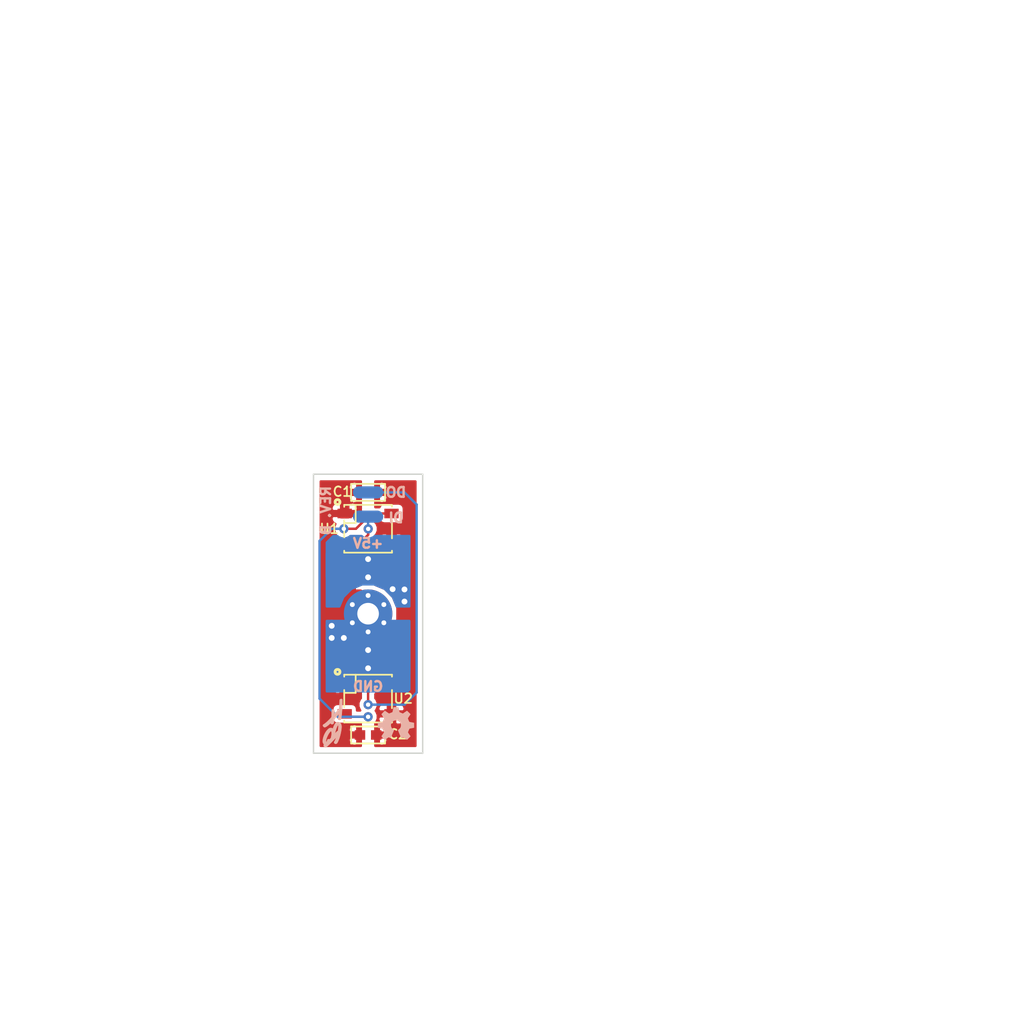
<source format=kicad_pcb>
(kicad_pcb (version 4) (host pcbnew "(2016-05-03 BZR 6266)-product")

  (general
    (links 20)
    (no_connects 0)
    (area 139.0206 84.94598 156.091686 117.2474)
    (thickness 1.6)
    (drawings 9)
    (tracks 52)
    (zones 0)
    (modules 14)
    (nets 6)
  )

  (page USLetter)
  (title_block
    (title "Display - RGB dots")
    (date 2016-03-23)
    (rev B)
    (comment 1 CLKV3-PC-02)
    (comment 2 CLKV3-SCH-02)
    (comment 3 "Alarm clock (V3)")
  )

  (layers
    (0 F.Cu signal)
    (31 B.Cu signal)
    (32 B.Adhes user)
    (33 F.Adhes user)
    (34 B.Paste user)
    (35 F.Paste user)
    (36 B.SilkS user)
    (37 F.SilkS user)
    (38 B.Mask user)
    (39 F.Mask user)
    (40 Dwgs.User user)
    (41 Cmts.User user)
    (42 Eco1.User user)
    (43 Eco2.User user)
    (44 Edge.Cuts user)
    (45 Margin user)
    (46 B.CrtYd user)
    (47 F.CrtYd user)
    (48 B.Fab user)
    (49 F.Fab user)
  )

  (setup
    (last_trace_width 0.254)
    (trace_clearance 0.3048)
    (zone_clearance 0.4064)
    (zone_45_only no)
    (trace_min 0.2)
    (segment_width 0.2)
    (edge_width 0.15)
    (via_size 0.9652)
    (via_drill 0.4572)
    (via_min_size 0.4)
    (via_min_drill 0.3)
    (uvia_size 0.3)
    (uvia_drill 0.1)
    (uvias_allowed no)
    (uvia_min_size 0)
    (uvia_min_drill 0)
    (pcb_text_width 0.3)
    (pcb_text_size 1.5 1.5)
    (mod_edge_width 0.15)
    (mod_text_size 1 1)
    (mod_text_width 0.15)
    (pad_size 5.08 5.08)
    (pad_drill 2.2606)
    (pad_to_mask_clearance 0.2)
    (aux_axis_origin 146.05 101.6)
    (grid_origin 146.05 101.6)
    (visible_elements FFFFFF7F)
    (pcbplotparams
      (layerselection 0x00030_80000001)
      (usegerberextensions false)
      (excludeedgelayer true)
      (linewidth 0.100000)
      (plotframeref false)
      (viasonmask false)
      (mode 1)
      (useauxorigin false)
      (hpglpennumber 1)
      (hpglpenspeed 20)
      (hpglpendiameter 15)
      (hpglpenoverlay 2)
      (psnegative false)
      (psa4output false)
      (plotreference true)
      (plotvalue true)
      (plotinvisibletext false)
      (padsonsilk false)
      (subtractmaskfromsilk false)
      (outputformat 1)
      (mirror false)
      (drillshape 1)
      (scaleselection 1)
      (outputdirectory ""))
  )

  (net 0 "")
  (net 1 +5V)
  (net 2 GND)
  (net 3 /DIN)
  (net 4 /DOUT)
  (net 5 "Net-(U1-Pad2)")

  (net_class Default "This is the default net class."
    (clearance 0.3048)
    (trace_width 0.254)
    (via_dia 0.9652)
    (via_drill 0.4572)
    (uvia_dia 0.3)
    (uvia_drill 0.1)
    (add_net /DIN)
    (add_net /DOUT)
    (add_net "Net-(U1-Pad2)")
  )

  (net_class Power ""
    (clearance 0.4064)
    (trace_width 0.4064)
    (via_dia 1.27)
    (via_drill 0.6096)
    (uvia_dia 0.3)
    (uvia_drill 0.1)
    (add_net +5V)
    (add_net GND)
  )

  (module Conn-Wire-Pads:WP-50mil-1x01 (layer B.Cu) (tedit 56DFB3F0) (tstamp 56DFAFCD)
    (at 146.05 91.44 90)
    (descr "Wire pads - 50mil x 125mil - Single row, 1 pos.")
    (path /56DFF9FA)
    (attr virtual)
    (fp_text reference J1 (at 0 2.54 90) (layer B.SilkS) hide
      (effects (font (size 1 1) (thickness 0.18)) (justify mirror))
    )
    (fp_text value "DATA IN" (at 0 -2.54 90) (layer B.Fab) hide
      (effects (font (size 1 1) (thickness 0.18)) (justify mirror))
    )
    (pad 1 smd oval (at 0 0 90) (size 1.27 3.175) (layers B.Cu B.Paste B.Mask)
      (net 3 /DIN))
  )

  (module Conn-Wire-Pads:WP-50mil-1x01 (layer B.Cu) (tedit 56DFB3EA) (tstamp 56DFAFE6)
    (at 146.05 88.9 90)
    (descr "Wire pads - 50mil x 125mil - Single row, 1 pos.")
    (path /56DFFB18)
    (attr virtual)
    (fp_text reference J6 (at 0 2.54 90) (layer B.SilkS) hide
      (effects (font (size 1 1) (thickness 0.18)) (justify mirror))
    )
    (fp_text value "DATA OUT" (at 0 -2.54 90) (layer B.Fab) hide
      (effects (font (size 1 1) (thickness 0.18)) (justify mirror))
    )
    (pad 1 smd oval (at 0 0 90) (size 1.27 3.175) (layers B.Cu B.Paste B.Mask)
      (net 4 /DOUT))
  )

  (module SMT:LED-5050 (layer F.Cu) (tedit 56DFC2F7) (tstamp 56DFAFEE)
    (at 146.05 92.71 180)
    (path /56DFE375)
    (fp_text reference U1 (at 4.064 0 360) (layer F.SilkS)
      (effects (font (size 1 1) (thickness 0.18)))
    )
    (fp_text value WS2812B (at 0 3.9 180) (layer F.Fab) hide
      (effects (font (size 1 1) (thickness 0.18)))
    )
    (fp_line (start 2.5 0.6) (end 1.3 0.6) (layer F.SilkS) (width 0.18))
    (fp_line (start 1.3 0.6) (end 1.3 2.5) (layer F.SilkS) (width 0.18))
    (fp_line (start -3 -3) (end 3 -3) (layer F.CrtYd) (width 0.05))
    (fp_line (start 3 -3) (end 3 3) (layer F.CrtYd) (width 0.05))
    (fp_line (start 3 3) (end -3 3) (layer F.CrtYd) (width 0.05))
    (fp_line (start -3 3) (end -3 -3) (layer F.CrtYd) (width 0.05))
    (fp_circle (center 3.2 2.8) (end 3.3 2.8) (layer F.SilkS) (width 0.3))
    (fp_line (start 2.5 -2.3) (end 2.5 -2.5) (layer F.SilkS) (width 0.18))
    (fp_line (start 2.5 -2.5) (end -2.5 -2.5) (layer F.SilkS) (width 0.18))
    (fp_line (start -2.5 -2.5) (end -2.5 -2.3) (layer F.SilkS) (width 0.18))
    (fp_line (start 2.5 0.9) (end 2.5 -0.9) (layer F.SilkS) (width 0.18))
    (fp_line (start -2.5 2.5) (end 2.5 2.5) (layer F.SilkS) (width 0.18))
    (fp_line (start 2.5 2.5) (end 2.5 2.3) (layer F.SilkS) (width 0.18))
    (fp_line (start -2.5 2.5) (end -2.5 2.3) (layer F.SilkS) (width 0.18))
    (fp_line (start -2.5 -1) (end -2.5 0.9) (layer F.SilkS) (width 0.18))
    (pad 2 smd rect (at -2.45 1.6 180) (size 1.5 1) (layers F.Cu F.Paste F.Mask)
      (net 5 "Net-(U1-Pad2)"))
    (pad 3 smd rect (at 2.45 1.6 180) (size 1.5 1) (layers F.Cu F.Paste F.Mask)
      (net 2 GND))
    (pad 4 smd rect (at 2.45 -1.6 180) (size 1.5 1) (layers F.Cu F.Paste F.Mask)
      (net 3 /DIN))
    (pad 1 smd rect (at -2.45 -1.6 180) (size 1.5 1) (layers F.Cu F.Paste F.Mask)
      (net 1 +5V))
  )

  (module SMT:C-0603 (layer F.Cu) (tedit 56DFC2E8) (tstamp 56DFAFB1)
    (at 146.05 88.9 180)
    (descr "0603 (1608 metric)")
    (tags "smt 0603")
    (path /56DFE3DD)
    (fp_text reference C1 (at 3.81 -0.508 180) (layer F.SilkS)
      (effects (font (size 1 1) (thickness 0.18)) (justify left bottom))
    )
    (fp_text value 100nF (at 0 2.032 180) (layer F.SilkS) hide
      (effects (font (size 1 1) (thickness 0.18)))
    )
    (fp_line (start -0.762 -0.381) (end 0.762 -0.381) (layer Dwgs.User) (width 0.05))
    (fp_line (start 0.762 -0.381) (end 0.762 0.381) (layer Dwgs.User) (width 0.05))
    (fp_line (start 0.762 0.381) (end -0.762 0.381) (layer Dwgs.User) (width 0.05))
    (fp_line (start -0.762 0.381) (end -0.762 -0.381) (layer Dwgs.User) (width 0.05))
    (fp_line (start -1.778 -0.889) (end 1.778 -0.889) (layer F.CrtYd) (width 0.05))
    (fp_line (start 1.778 -0.889) (end 1.778 0.889) (layer F.CrtYd) (width 0.05))
    (fp_line (start 1.778 0.889) (end -1.778 0.889) (layer F.CrtYd) (width 0.05))
    (fp_line (start -1.778 0.889) (end -1.778 -0.889) (layer F.CrtYd) (width 0.05))
    (fp_line (start -1.778 -0.889) (end 1.778 -0.889) (layer F.SilkS) (width 0.18))
    (fp_line (start 1.778 -0.889) (end 1.778 0.889) (layer F.SilkS) (width 0.18))
    (fp_line (start 1.778 0.889) (end -1.778 0.889) (layer F.SilkS) (width 0.18))
    (fp_line (start -1.778 0.889) (end -1.778 -0.889) (layer F.SilkS) (width 0.18))
    (pad 1 smd rect (at -0.85 0 180) (size 1.1 1) (layers F.Cu F.Paste F.Mask)
      (net 1 +5V))
    (pad 2 smd rect (at 0.85 0 180) (size 1.1 1) (layers F.Cu F.Paste F.Mask)
      (net 2 GND))
    (model smt.pretty/C-0603.wrl
      (at (xyz 0 0 0))
      (scale (xyz 1 1 0.8))
      (rotate (xyz 0 0 0))
    )
  )

  (module SMT:C-0603 (layer F.Cu) (tedit 54F14543) (tstamp 56DFAFB7)
    (at 146.05 114.3 180)
    (descr "0603 (1608 metric)")
    (tags "smt 0603")
    (path /56DFEC2B)
    (fp_text reference C2 (at -2.032 -0.508 180) (layer F.SilkS)
      (effects (font (size 1 1) (thickness 0.18)) (justify left bottom))
    )
    (fp_text value 100nF (at 0 2.032 180) (layer F.SilkS) hide
      (effects (font (size 1 1) (thickness 0.18)))
    )
    (fp_line (start -0.762 -0.381) (end 0.762 -0.381) (layer Dwgs.User) (width 0.05))
    (fp_line (start 0.762 -0.381) (end 0.762 0.381) (layer Dwgs.User) (width 0.05))
    (fp_line (start 0.762 0.381) (end -0.762 0.381) (layer Dwgs.User) (width 0.05))
    (fp_line (start -0.762 0.381) (end -0.762 -0.381) (layer Dwgs.User) (width 0.05))
    (fp_line (start -1.778 -0.889) (end 1.778 -0.889) (layer F.CrtYd) (width 0.05))
    (fp_line (start 1.778 -0.889) (end 1.778 0.889) (layer F.CrtYd) (width 0.05))
    (fp_line (start 1.778 0.889) (end -1.778 0.889) (layer F.CrtYd) (width 0.05))
    (fp_line (start -1.778 0.889) (end -1.778 -0.889) (layer F.CrtYd) (width 0.05))
    (fp_line (start -1.778 -0.889) (end 1.778 -0.889) (layer F.SilkS) (width 0.18))
    (fp_line (start 1.778 -0.889) (end 1.778 0.889) (layer F.SilkS) (width 0.18))
    (fp_line (start 1.778 0.889) (end -1.778 0.889) (layer F.SilkS) (width 0.18))
    (fp_line (start -1.778 0.889) (end -1.778 -0.889) (layer F.SilkS) (width 0.18))
    (pad 1 smd rect (at -0.85 0 180) (size 1.1 1) (layers F.Cu F.Paste F.Mask)
      (net 1 +5V))
    (pad 2 smd rect (at 0.85 0 180) (size 1.1 1) (layers F.Cu F.Paste F.Mask)
      (net 2 GND))
    (model smt.pretty/C-0603.wrl
      (at (xyz 0 0 0))
      (scale (xyz 1 1 0.8))
      (rotate (xyz 0 0 0))
    )
  )

  (module Conn-Wire-Pads:Hole-Screw-#2 (layer F.Cu) (tedit 56DFB81E) (tstamp 56DFAFC8)
    (at 146.05 101.6)
    (descr "Mounting Hole - Screw #2 - w/ Pads And Via")
    (path /56E07857)
    (attr virtual)
    (fp_text reference H1 (at 0 -4.6) (layer F.SilkS) hide
      (effects (font (size 1 1) (thickness 0.18)))
    )
    (fp_text value Hole (at 0 4.7) (layer F.Fab) hide
      (effects (font (size 1 1) (thickness 0.18)))
    )
    (pad P thru_hole circle (at 0 0) (size 5.08 5.08) (drill 2.2606) (layers *.Cu *.Mask)
      (net 2 GND) (zone_connect 2))
    (pad P thru_hole circle (at 0 -1.905) (size 1.016 1.016) (drill 0.508) (layers *.Cu)
      (net 2 GND) (clearance 0.0254) (zone_connect 2))
    (pad P thru_hole circle (at -1.649778 -0.9525 60) (size 1.016 1.016) (drill 0.508) (layers *.Cu)
      (net 2 GND) (clearance 0.0254) (zone_connect 2))
    (pad P thru_hole circle (at -1.649778 0.9525 120) (size 1.016 1.016) (drill 0.508) (layers *.Cu)
      (net 2 GND) (clearance 0.0254) (zone_connect 2))
    (pad P thru_hole circle (at 0 1.905 180) (size 1.016 1.016) (drill 0.508) (layers *.Cu)
      (net 2 GND) (clearance 0.0254) (zone_connect 2))
    (pad P thru_hole circle (at 1.649778 0.9525 240) (size 1.016 1.016) (drill 0.508) (layers *.Cu)
      (net 2 GND) (clearance 0.0254) (zone_connect 2))
    (pad P thru_hole circle (at 1.649778 -0.9525 300) (size 1.016 1.016) (drill 0.508) (layers *.Cu)
      (net 2 GND) (clearance 0.0254) (zone_connect 2))
  )

  (module Conn-Wire-Pads:WP-100mil-1x01 (layer B.Cu) (tedit 56DFB3E1) (tstamp 56DFAFD2)
    (at 143.51 96.52 270)
    (descr "Wire pads - 100mil x 150 mil - Single row, 1 pos.")
    (path /56DFF4A0)
    (attr virtual)
    (fp_text reference J2 (at 0 3.175 270) (layer B.SilkS) hide
      (effects (font (size 1 1) (thickness 0.18)) (justify mirror))
    )
    (fp_text value "5V IN" (at 0 -3.175 270) (layer B.Fab) hide
      (effects (font (size 1 1) (thickness 0.18)) (justify mirror))
    )
    (pad 1 smd rect (at 0 0 270) (size 2.54 3.81) (layers B.Cu B.Paste B.Mask)
      (net 1 +5V))
  )

  (module Conn-Wire-Pads:WP-100mil-1x01 (layer B.Cu) (tedit 56DFB3E4) (tstamp 56DFAFD7)
    (at 143.51 106.68 270)
    (descr "Wire pads - 100mil x 150 mil - Single row, 1 pos.")
    (path /56DFF624)
    (attr virtual)
    (fp_text reference J3 (at 0 3.175 270) (layer B.SilkS) hide
      (effects (font (size 1 1) (thickness 0.18)) (justify mirror))
    )
    (fp_text value "GND IN" (at 0 -3.175 270) (layer B.Fab) hide
      (effects (font (size 1 1) (thickness 0.18)) (justify mirror))
    )
    (pad 1 smd rect (at 0 0 270) (size 2.54 3.81) (layers B.Cu B.Paste B.Mask)
      (net 2 GND))
  )

  (module Conn-Wire-Pads:WP-100mil-1x01 (layer B.Cu) (tedit 56DFC34E) (tstamp 56DFAFDC)
    (at 148.59 96.52 270)
    (descr "Wire pads - 100mil x 150 mil - Single row, 1 pos.")
    (path /56DFF67C)
    (attr virtual)
    (fp_text reference J4 (at 0 3.175 270) (layer B.SilkS) hide
      (effects (font (size 1 1) (thickness 0.18)) (justify mirror))
    )
    (fp_text value "5V OUT" (at 0 -3.175 270) (layer B.Fab) hide
      (effects (font (size 1 1) (thickness 0.18)) (justify mirror))
    )
    (pad 1 smd rect (at 0 0 270) (size 2.54 3.81) (layers B.Cu B.Paste B.Mask)
      (net 1 +5V))
  )

  (module Conn-Wire-Pads:WP-100mil-1x01 (layer B.Cu) (tedit 56DFB3E7) (tstamp 56DFAFE1)
    (at 148.59 106.68 270)
    (descr "Wire pads - 100mil x 150 mil - Single row, 1 pos.")
    (path /56DFF703)
    (attr virtual)
    (fp_text reference J5 (at 0 3.175 270) (layer B.SilkS) hide
      (effects (font (size 1 1) (thickness 0.18)) (justify mirror))
    )
    (fp_text value "GND OUT" (at 0 -3.175 270) (layer B.Fab) hide
      (effects (font (size 1 1) (thickness 0.18)) (justify mirror))
    )
    (pad 1 smd rect (at 0 0 270) (size 2.54 3.81) (layers B.Cu B.Paste B.Mask)
      (net 2 GND))
  )

  (module SMT:LED-5050 (layer F.Cu) (tedit 55999AC4) (tstamp 56DFAFF6)
    (at 146.05 110.49 180)
    (path /56DFEC23)
    (fp_text reference U2 (at -3.683 0 360) (layer F.SilkS)
      (effects (font (size 1 1) (thickness 0.18)))
    )
    (fp_text value WS2812B (at 0 3.9 180) (layer F.Fab) hide
      (effects (font (size 1 1) (thickness 0.18)))
    )
    (fp_line (start 2.5 0.6) (end 1.3 0.6) (layer F.SilkS) (width 0.18))
    (fp_line (start 1.3 0.6) (end 1.3 2.5) (layer F.SilkS) (width 0.18))
    (fp_line (start -3 -3) (end 3 -3) (layer F.CrtYd) (width 0.05))
    (fp_line (start 3 -3) (end 3 3) (layer F.CrtYd) (width 0.05))
    (fp_line (start 3 3) (end -3 3) (layer F.CrtYd) (width 0.05))
    (fp_line (start -3 3) (end -3 -3) (layer F.CrtYd) (width 0.05))
    (fp_circle (center 3.2 2.8) (end 3.3 2.8) (layer F.SilkS) (width 0.3))
    (fp_line (start 2.5 -2.3) (end 2.5 -2.5) (layer F.SilkS) (width 0.18))
    (fp_line (start 2.5 -2.5) (end -2.5 -2.5) (layer F.SilkS) (width 0.18))
    (fp_line (start -2.5 -2.5) (end -2.5 -2.3) (layer F.SilkS) (width 0.18))
    (fp_line (start 2.5 0.9) (end 2.5 -0.9) (layer F.SilkS) (width 0.18))
    (fp_line (start -2.5 2.5) (end 2.5 2.5) (layer F.SilkS) (width 0.18))
    (fp_line (start 2.5 2.5) (end 2.5 2.3) (layer F.SilkS) (width 0.18))
    (fp_line (start -2.5 2.5) (end -2.5 2.3) (layer F.SilkS) (width 0.18))
    (fp_line (start -2.5 -1) (end -2.5 0.9) (layer F.SilkS) (width 0.18))
    (pad 2 smd rect (at -2.45 1.6 180) (size 1.5 1) (layers F.Cu F.Paste F.Mask)
      (net 4 /DOUT))
    (pad 3 smd rect (at 2.45 1.6 180) (size 1.5 1) (layers F.Cu F.Paste F.Mask)
      (net 2 GND))
    (pad 4 smd rect (at 2.45 -1.6 180) (size 1.5 1) (layers F.Cu F.Paste F.Mask)
      (net 5 "Net-(U1-Pad2)"))
    (pad 1 smd rect (at -2.45 -1.6 180) (size 1.5 1) (layers F.Cu F.Paste F.Mask)
      (net 1 +5V))
  )

  (module Symbols:SIGNATURE_SILK (layer B.Cu) (tedit 5509107B) (tstamp 5700A9FD)
    (at 142.367 113.157 90)
    (descr Signature)
    (fp_text reference SIGNATURE_SILK (at 0 2.54 90) (layer Dwgs.User) hide
      (effects (font (size 0.5 0.5) (thickness 0.1)))
    )
    (fp_text value LOGO (at 0 -2.54 90) (layer Dwgs.User) hide
      (effects (font (size 0.5 0.5) (thickness 0.1)))
    )
    (fp_poly (pts (xy 0.20104 0.525379) (xy 0.197773 0.462298) (xy 0.185688 0.407945) (xy 0.180484 0.394861)
      (xy 0.142676 0.334545) (xy 0.084798 0.274804) (xy 0.007948 0.216342) (xy -0.080293 0.163729)
      (xy -0.080293 0.547248) (xy -0.106292 0.56165) (xy -0.140345 0.572792) (xy -0.192147 0.57947)
      (xy -0.258777 0.58178) (xy -0.337317 0.57982) (xy -0.424846 0.573687) (xy -0.518444 0.563478)
      (xy -0.61519 0.549291) (xy -0.64823 0.543588) (xy -0.692329 0.535365) (xy -0.7196 0.528695)
      (xy -0.734082 0.521578) (xy -0.739814 0.512016) (xy -0.740834 0.49801) (xy -0.740834 0.497745)
      (xy -0.742774 0.479918) (xy -0.749956 0.461778) (xy -0.764426 0.441001) (xy -0.788227 0.415266)
      (xy -0.823403 0.382251) (xy -0.871999 0.339634) (xy -0.904482 0.31186) (xy -0.94684 0.275636)
      (xy -0.98282 0.244486) (xy -1.009635 0.220851) (xy -1.024501 0.207175) (xy -1.026584 0.204815)
      (xy -1.020407 0.203756) (xy -1.000857 0.206623) (xy -0.966404 0.213746) (xy -0.915517 0.225455)
      (xy -0.846667 0.242082) (xy -0.79375 0.255138) (xy -0.666707 0.288794) (xy -0.546312 0.324842)
      (xy -0.434873 0.362393) (xy -0.334696 0.400557) (xy -0.248087 0.438444) (xy -0.177352 0.475164)
      (xy -0.124797 0.509828) (xy -0.116876 0.516262) (xy -0.080293 0.547248) (xy -0.080293 0.163729)
      (xy -0.086776 0.159863) (xy -0.198279 0.106069) (xy -0.325463 0.055664) (xy -0.375709 0.038205)
      (xy -0.415992 0.024686) (xy -0.449048 0.013578) (xy -0.469346 0.006741) (xy -0.472255 0.005754)
      (xy -0.474286 -0.005402) (xy -0.465546 -0.03224) (xy -0.448442 -0.069215) (xy -0.428719 -0.111647)
      (xy -0.417868 -0.146495) (xy -0.413405 -0.184037) (xy -0.41275 -0.21681) (xy -0.418041 -0.28017)
      (xy -0.435015 -0.340242) (xy -0.465326 -0.400113) (xy -0.510626 -0.462871) (xy -0.572571 -0.531605)
      (xy -0.591604 -0.550833) (xy -0.701179 -0.64772) (xy -0.719667 -0.660988) (xy -0.719667 -0.198098)
      (xy -0.729693 -0.180399) (xy -0.757583 -0.164288) (xy -0.800052 -0.150436) (xy -0.853818 -0.139517)
      (xy -0.915597 -0.132202) (xy -0.982106 -0.129165) (xy -1.04775 -0.130922) (xy -1.202656 -0.148033)
      (xy -1.360084 -0.178531) (xy -1.3876 -0.185254) (xy -1.421876 -0.195111) (xy -1.449935 -0.207165)
      (xy -1.477424 -0.224888) (xy -1.509986 -0.251748) (xy -1.539965 -0.2789) (xy -1.622356 -0.354879)
      (xy -1.604928 -0.38858) (xy -1.590565 -0.432595) (xy -1.588232 -0.480097) (xy -1.597704 -0.522933)
      (xy -1.609235 -0.543359) (xy -1.634246 -0.564434) (xy -1.668297 -0.580911) (xy -1.675381 -0.583088)
      (xy -1.737784 -0.60088) (xy -1.784266 -0.616322) (xy -1.81964 -0.631326) (xy -1.848719 -0.647803)
      (xy -1.862887 -0.657542) (xy -1.886449 -0.676742) (xy -1.899307 -0.691524) (xy -1.899957 -0.696633)
      (xy -1.882775 -0.705534) (xy -1.851898 -0.714959) (xy -1.814675 -0.723145) (xy -1.778454 -0.728326)
      (xy -1.764325 -0.72921) (xy -1.733891 -0.727534) (xy -1.691655 -0.722144) (xy -1.646419 -0.714179)
      (xy -1.64355 -0.713593) (xy -1.542537 -0.687468) (xy -1.430574 -0.649312) (xy -1.312453 -0.60124)
      (xy -1.192969 -0.545365) (xy -1.076916 -0.483804) (xy -0.969088 -0.418671) (xy -0.956781 -0.410617)
      (xy -0.903087 -0.373197) (xy -0.851359 -0.333608) (xy -0.804461 -0.294417) (xy -0.765255 -0.258192)
      (xy -0.736607 -0.227497) (xy -0.721378 -0.204901) (xy -0.719667 -0.198098) (xy -0.719667 -0.660988)
      (xy -0.827978 -0.738723) (xy -0.968453 -0.822044) (xy -1.119061 -0.895884) (xy -1.276254 -0.958444)
      (xy -1.436488 -1.007926) (xy -1.540588 -1.032224) (xy -1.621828 -1.045782) (xy -1.704281 -1.054361)
      (xy -1.78311 -1.057822) (xy -1.85348 -1.056025) (xy -1.910554 -1.04883) (xy -1.931459 -1.043529)
      (xy -1.989611 -1.021023) (xy -2.044564 -0.989943) (xy -2.087958 -0.95896) (xy -2.136151 -0.922174)
      (xy -2.17668 -0.943319) (xy -2.22887 -0.959997) (xy -2.280457 -0.95797) (xy -2.327995 -0.939507)
      (xy -2.368041 -0.906878) (xy -2.397151 -0.862353) (xy -2.41188 -0.808202) (xy -2.413 -0.787582)
      (xy -2.410909 -0.749267) (xy -2.405596 -0.71516) (xy -2.402068 -0.702873) (xy -2.387033 -0.676391)
      (xy -2.357851 -0.637205) (xy -2.316037 -0.586853) (xy -2.263101 -0.526874) (xy -2.200557 -0.458805)
      (xy -2.129918 -0.384185) (xy -2.052695 -0.304552) (xy -1.970401 -0.221443) (xy -1.884549 -0.136399)
      (xy -1.796651 -0.050956) (xy -1.70822 0.033348) (xy -1.620768 0.114973) (xy -1.535808 0.192383)
      (xy -1.454851 0.264037) (xy -1.431162 0.284534) (xy -1.396308 0.314821) (xy -1.368834 0.339288)
      (xy -1.351806 0.355164) (xy -1.347837 0.359834) (xy -1.358825 0.35659) (xy -1.386114 0.347679)
      (xy -1.425992 0.334337) (xy -1.474751 0.317796) (xy -1.493191 0.311492) (xy -1.605461 0.270948)
      (xy -1.696862 0.233375) (xy -1.767369 0.198787) (xy -1.816955 0.167194) (xy -1.826974 0.158986)
      (xy -1.870313 0.133483) (xy -1.917534 0.126479) (xy -1.964355 0.13694) (xy -2.006495 0.163837)
      (xy -2.039672 0.206137) (xy -2.042157 0.21083) (xy -2.060085 0.26777) (xy -2.058346 0.325962)
      (xy -2.037752 0.381309) (xy -1.999117 0.429718) (xy -1.998635 0.43016) (xy -1.968276 0.452169)
      (xy -1.92078 0.479333) (xy -1.859161 0.510338) (xy -1.786436 0.543868) (xy -1.70562 0.578609)
      (xy -1.619729 0.613244) (xy -1.531778 0.64646) (xy -1.444783 0.676941) (xy -1.397 0.692518)
      (xy -1.27599 0.728635) (xy -1.148965 0.762641) (xy -1.018616 0.794073) (xy -0.887633 0.822465)
      (xy -0.758707 0.847357) (xy -0.634528 0.868283) (xy -0.517787 0.884781) (xy -0.411175 0.896387)
      (xy -0.317382 0.902639) (xy -0.239099 0.903072) (xy -0.194457 0.8996) (xy -0.094042 0.878518)
      (xy -0.005321 0.843211) (xy 0.069976 0.794854) (xy 0.130115 0.734621) (xy 0.173363 0.663685)
      (xy 0.18105 0.645161) (xy 0.195472 0.589047) (xy 0.20104 0.525379) (xy 0.20104 0.525379)) (layer B.SilkS) (width 0.05))
    (fp_poly (pts (xy 2.624583 0.881303) (xy 2.618048 0.833837) (xy 2.600308 0.787347) (xy 2.572425 0.747337)
      (xy 2.556479 0.732617) (xy 2.544276 0.724819) (xy 2.528018 0.718886) (xy 2.504353 0.714368)
      (xy 2.469933 0.710815) (xy 2.421409 0.707776) (xy 2.355432 0.704801) (xy 2.347163 0.704467)
      (xy 2.281217 0.701615) (xy 2.200282 0.697799) (xy 2.110493 0.693326) (xy 2.017989 0.688506)
      (xy 1.928908 0.683645) (xy 1.899708 0.681994) (xy 1.826574 0.677839) (xy 1.760163 0.674116)
      (xy 1.703489 0.670989) (xy 1.659563 0.668624) (xy 1.631398 0.667184) (xy 1.622297 0.66681)
      (xy 1.60946 0.660349) (xy 1.584331 0.642854) (xy 1.550676 0.617083) (xy 1.516464 0.589306)
      (xy 1.485072 0.562597) (xy 1.44432 0.527076) (xy 1.396628 0.484935) (xy 1.344416 0.438367)
      (xy 1.290105 0.389564) (xy 1.236114 0.340718) (xy 1.184864 0.294023) (xy 1.138774 0.25167)
      (xy 1.100265 0.215853) (xy 1.071757 0.188763) (xy 1.055669 0.172594) (xy 1.053205 0.169599)
      (xy 1.060736 0.166152) (xy 1.086967 0.164336) (xy 1.129489 0.164209) (xy 1.185892 0.16583)
      (xy 1.193483 0.166145) (xy 1.266285 0.168289) (xy 1.322094 0.167157) (xy 1.364932 0.162008)
      (xy 1.398819 0.152103) (xy 1.427779 0.1367) (xy 1.451691 0.118591) (xy 1.485535 0.080696)
      (xy 1.509486 0.035171) (xy 1.52167 -0.012093) (xy 1.520215 -0.0552) (xy 1.513102 -0.074669)
      (xy 1.505192 -0.087349) (xy 1.494957 -0.097693) (xy 1.480254 -0.105987) (xy 1.458945 -0.112514)
      (xy 1.428886 -0.117559) (xy 1.387937 -0.121405) (xy 1.333956 -0.124337) (xy 1.264802 -0.126639)
      (xy 1.178335 -0.128594) (xy 1.095375 -0.130099) (xy 1.010329 -0.131841) (xy 0.931153 -0.134007)
      (xy 0.860569 -0.136481) (xy 0.8013 -0.139147) (xy 0.756068 -0.141888) (xy 0.727596 -0.144587)
      (xy 0.719567 -0.146184) (xy 0.702933 -0.157132) (xy 0.673809 -0.181215) (xy 0.634384 -0.216321)
      (xy 0.586847 -0.260334) (xy 0.533387 -0.311141) (xy 0.476193 -0.366628) (xy 0.417455 -0.424681)
      (xy 0.359362 -0.483185) (xy 0.304102 -0.540028) (xy 0.253864 -0.593095) (xy 0.230347 -0.618612)
      (xy 0.145557 -0.714306) (xy 0.075934 -0.798843) (xy 0.019994 -0.874134) (xy -0.023748 -0.94209)
      (xy -0.031462 -0.955499) (xy -0.065118 -1.005198) (xy -0.099992 -1.034805) (xy -0.138434 -1.045366)
      (xy -0.182793 -1.037924) (xy -0.201008 -1.03089) (xy -0.254713 -0.998002) (xy -0.295817 -0.950127)
      (xy -0.309095 -0.926858) (xy -0.322717 -0.887776) (xy -0.324155 -0.845114) (xy -0.312675 -0.796837)
      (xy -0.287543 -0.740905) (xy -0.248023 -0.67528) (xy -0.193382 -0.597926) (xy -0.187807 -0.590466)
      (xy -0.157438 -0.550336) (xy -0.130505 -0.51585) (xy -0.103861 -0.483328) (xy -0.074356 -0.449093)
      (xy -0.038841 -0.409464) (xy 0.005832 -0.360765) (xy 0.045 -0.318487) (xy 0.117784 -0.240099)
      (xy 0.079958 -0.227095) (xy 0.041478 -0.210551) (xy 0.017903 -0.189727) (xy 0.003068 -0.158344)
      (xy -0.000925 -0.144732) (xy -0.007273 -0.09581) (xy -0.002575 -0.045115) (xy 0.011471 0.001801)
      (xy 0.033167 0.039384) (xy 0.060814 0.062082) (xy 0.062533 0.062812) (xy 0.08164 0.067951)
      (xy 0.117798 0.075434) (xy 0.167105 0.084599) (xy 0.225659 0.094785) (xy 0.289559 0.105331)
      (xy 0.354904 0.115575) (xy 0.417791 0.124856) (xy 0.471981 0.132214) (xy 0.488211 0.134775)
      (xy 0.50355 0.13904) (xy 0.520113 0.146561) (xy 0.540015 0.158888) (xy 0.565372 0.177573)
      (xy 0.598297 0.204167) (xy 0.640907 0.240223) (xy 0.695316 0.28729) (xy 0.758105 0.342083)
      (xy 0.819973 0.39613) (xy 0.878938 0.447579) (xy 0.932462 0.49422) (xy 0.978006 0.533843)
      (xy 1.013034 0.564238) (xy 1.035006 0.583196) (xy 1.036799 0.58473) (xy 1.05958 0.605713)
      (xy 1.071737 0.620098) (xy 1.071422 0.624417) (xy 1.057608 0.623345) (xy 1.026211 0.62036)
      (xy 0.980692 0.615808) (xy 0.924515 0.610036) (xy 0.861141 0.60339) (xy 0.85649 0.602898)
      (xy 0.774615 0.593482) (xy 0.709733 0.584439) (xy 0.663085 0.575972) (xy 0.63591 0.568285)
      (xy 0.631284 0.565856) (xy 0.607476 0.557056) (xy 0.571289 0.551671) (xy 0.531314 0.550217)
      (xy 0.496139 0.553207) (xy 0.482015 0.556908) (xy 0.459671 0.57594) (xy 0.443914 0.609998)
      (xy 0.435369 0.653797) (xy 0.434662 0.702051) (xy 0.442419 0.749478) (xy 0.455219 0.783434)
      (xy 0.474274 0.813508) (xy 0.495524 0.837037) (xy 0.501074 0.841278) (xy 0.523621 0.849832)
      (xy 0.565467 0.859281) (xy 0.624771 0.869453) (xy 0.699691 0.880175) (xy 0.788385 0.891275)
      (xy 0.889014 0.90258) (xy 0.999735 0.913918) (xy 1.118707 0.925117) (xy 1.244089 0.936004)
      (xy 1.374041 0.946406) (xy 1.50672 0.956152) (xy 1.640285 0.965069) (xy 1.772896 0.972984)
      (xy 1.902711 0.979726) (xy 2.027889 0.985121) (xy 2.043444 0.985704) (xy 2.169144 0.989847)
      (xy 2.27532 0.992211) (xy 2.363545 0.992714) (xy 2.435395 0.991276) (xy 2.492443 0.987817)
      (xy 2.536264 0.982254) (xy 2.568431 0.974509) (xy 2.590518 0.964499) (xy 2.599796 0.957167)
      (xy 2.618853 0.924247) (xy 2.624583 0.881303) (xy 2.624583 0.881303)) (layer B.SilkS) (width 0.05))
  )

  (module Symbols:LOGO-OSHW-150 (layer B.Cu) (tedit 5508864D) (tstamp 5700AC50)
    (at 148.971 113.284 180)
    (descr "Open Source Hardware Logo - 150mil wide")
    (fp_text reference LOGO-OSHW-150 (at 0 2.921 180) (layer Dwgs.User) hide
      (effects (font (size 1 1) (thickness 0.18)))
    )
    (fp_text value OSHW (at 0 -2.667 180) (layer B.SilkS) hide
      (effects (font (size 1 1) (thickness 0.18)) (justify mirror))
    )
    (fp_poly (pts (xy -1.15316 -1.51892) (xy -1.13284 -1.50876) (xy -1.08966 -1.48082) (xy -1.02616 -1.43764)
      (xy -0.94996 -1.38938) (xy -0.8763 -1.33604) (xy -0.8128 -1.2954) (xy -0.76962 -1.26746)
      (xy -0.75184 -1.2573) (xy -0.74168 -1.26238) (xy -0.70612 -1.27762) (xy -0.65278 -1.30556)
      (xy -0.62484 -1.3208) (xy -0.57658 -1.34112) (xy -0.55118 -1.3462) (xy -0.54864 -1.33858)
      (xy -0.53086 -1.30302) (xy -0.50292 -1.23952) (xy -0.46736 -1.15824) (xy -0.42672 -1.06172)
      (xy -0.381 -0.95758) (xy -0.33782 -0.8509) (xy -0.29464 -0.7493) (xy -0.25908 -0.65786)
      (xy -0.2286 -0.5842) (xy -0.20828 -0.5334) (xy -0.20066 -0.51054) (xy -0.2032 -0.50546)
      (xy -0.2286 -0.4826) (xy -0.26924 -0.45212) (xy -0.35814 -0.37846) (xy -0.44958 -0.2667)
      (xy -0.50292 -0.1397) (xy -0.5207 0) (xy -0.50546 0.127) (xy -0.45466 0.254)
      (xy -0.3683 0.36576) (xy -0.26162 0.44958) (xy -0.13716 0.50038) (xy 0 0.51816)
      (xy 0.13208 0.50292) (xy 0.25908 0.45212) (xy 0.37084 0.3683) (xy 0.4191 0.31242)
      (xy 0.48514 0.19812) (xy 0.5207 0.0762) (xy 0.52578 0.04572) (xy 0.5207 -0.08636)
      (xy 0.48006 -0.21336) (xy 0.40894 -0.32766) (xy 0.31242 -0.42164) (xy 0.29972 -0.4318)
      (xy 0.254 -0.46482) (xy 0.22352 -0.49022) (xy 0.20066 -0.508) (xy 0.37084 -0.91948)
      (xy 0.39878 -0.98298) (xy 0.4445 -1.09474) (xy 0.48514 -1.19126) (xy 0.51816 -1.27)
      (xy 0.54102 -1.3208) (xy 0.55118 -1.34112) (xy 0.55118 -1.34366) (xy 0.56642 -1.3462)
      (xy 0.59944 -1.3335) (xy 0.65532 -1.30556) (xy 0.69342 -1.28778) (xy 0.7366 -1.26492)
      (xy 0.75692 -1.2573) (xy 0.77216 -1.26746) (xy 0.81534 -1.29286) (xy 0.8763 -1.3335)
      (xy 0.94996 -1.3843) (xy 1.01854 -1.43256) (xy 1.08458 -1.47574) (xy 1.1303 -1.50368)
      (xy 1.15316 -1.51638) (xy 1.1557 -1.51638) (xy 1.17602 -1.50622) (xy 1.21412 -1.47574)
      (xy 1.27 -1.4224) (xy 1.34874 -1.34366) (xy 1.36144 -1.33096) (xy 1.42494 -1.26492)
      (xy 1.47828 -1.20904) (xy 1.51384 -1.17094) (xy 1.52654 -1.15316) (xy 1.52654 -1.15316)
      (xy 1.51384 -1.1303) (xy 1.4859 -1.08458) (xy 1.44272 -1.01854) (xy 1.39192 -0.94234)
      (xy 1.25476 -0.74422) (xy 1.32842 -0.5588) (xy 1.35128 -0.50292) (xy 1.38176 -0.4318)
      (xy 1.40208 -0.38354) (xy 1.41478 -0.36068) (xy 1.4351 -0.3556) (xy 1.4859 -0.3429)
      (xy 1.55956 -0.32766) (xy 1.64846 -0.30988) (xy 1.73228 -0.29464) (xy 1.80848 -0.28194)
      (xy 1.86182 -0.26924) (xy 1.88722 -0.26416) (xy 1.8923 -0.26162) (xy 1.89738 -0.24892)
      (xy 1.89992 -0.22352) (xy 1.90246 -0.1778) (xy 1.90246 -0.10668) (xy 1.90246 0)
      (xy 1.90246 0.00762) (xy 1.90246 0.10922) (xy 1.89992 0.18796) (xy 1.89738 0.2413)
      (xy 1.89484 0.26162) (xy 1.89484 0.26162) (xy 1.87198 0.26924) (xy 1.8161 0.2794)
      (xy 1.74244 0.29464) (xy 1.651 0.31242) (xy 1.64592 0.31242) (xy 1.55448 0.3302)
      (xy 1.48082 0.34544) (xy 1.42748 0.35814) (xy 1.40462 0.36576) (xy 1.39954 0.37084)
      (xy 1.38176 0.4064) (xy 1.35636 0.46228) (xy 1.32588 0.53086) (xy 1.29794 0.60198)
      (xy 1.27 0.66548) (xy 1.25476 0.7112) (xy 1.24968 0.73406) (xy 1.24968 0.73406)
      (xy 1.26238 0.75692) (xy 1.29286 0.80264) (xy 1.33858 0.86868) (xy 1.38938 0.94488)
      (xy 1.39446 0.94996) (xy 1.44526 1.02616) (xy 1.48844 1.08966) (xy 1.51638 1.13538)
      (xy 1.52654 1.15824) (xy 1.52654 1.15824) (xy 1.50876 1.1811) (xy 1.47066 1.22428)
      (xy 1.41478 1.2827) (xy 1.34874 1.34874) (xy 1.32588 1.3716) (xy 1.25222 1.44272)
      (xy 1.20142 1.49098) (xy 1.1684 1.51638) (xy 1.15316 1.52146) (xy 1.15316 1.52146)
      (xy 1.1303 1.50622) (xy 1.08204 1.47574) (xy 1.016 1.43002) (xy 0.9398 1.37922)
      (xy 0.93472 1.37414) (xy 0.85852 1.32334) (xy 0.79502 1.28016) (xy 0.7493 1.24968)
      (xy 0.72898 1.23952) (xy 0.72644 1.23952) (xy 0.69596 1.24714) (xy 0.64262 1.26746)
      (xy 0.57404 1.29286) (xy 0.50546 1.3208) (xy 0.43942 1.34874) (xy 0.39116 1.36906)
      (xy 0.37084 1.38176) (xy 0.3683 1.3843) (xy 0.36068 1.41224) (xy 0.34798 1.46812)
      (xy 0.33274 1.54686) (xy 0.31496 1.64084) (xy 0.31242 1.65354) (xy 0.29464 1.74498)
      (xy 0.2794 1.82118) (xy 0.26924 1.87198) (xy 0.26416 1.8923) (xy 0.25146 1.89738)
      (xy 0.20574 1.89992) (xy 0.1397 1.90246) (xy 0.05588 1.90246) (xy -0.02794 1.90246)
      (xy -0.11176 1.89992) (xy -0.18288 1.89738) (xy -0.23622 1.89484) (xy -0.25654 1.88976)
      (xy -0.25654 1.88976) (xy -0.2667 1.85928) (xy -0.27686 1.8034) (xy -0.29464 1.72466)
      (xy -0.31242 1.63068) (xy -0.31496 1.61544) (xy -0.33274 1.524) (xy -0.34798 1.45034)
      (xy -0.35814 1.39954) (xy -0.36322 1.37922) (xy -0.37338 1.37414) (xy -0.40894 1.3589)
      (xy -0.4699 1.3335) (xy -0.5461 1.30302) (xy -0.72136 1.2319) (xy -0.93472 1.37922)
      (xy -0.9525 1.39192) (xy -1.03124 1.44272) (xy -1.09474 1.4859) (xy -1.13792 1.51384)
      (xy -1.1557 1.524) (xy -1.15824 1.524) (xy -1.17856 1.50622) (xy -1.22174 1.46558)
      (xy -1.27762 1.4097) (xy -1.3462 1.34112) (xy -1.397 1.29286) (xy -1.45542 1.2319)
      (xy -1.49098 1.19126) (xy -1.5113 1.16586) (xy -1.51892 1.15062) (xy -1.51892 1.14046)
      (xy -1.50368 1.1176) (xy -1.4732 1.07188) (xy -1.42748 1.00584) (xy -1.37668 0.92964)
      (xy -1.3335 0.86868) (xy -1.28778 0.79502) (xy -1.2573 0.74422) (xy -1.24714 0.71882)
      (xy -1.24968 0.70866) (xy -1.26492 0.66802) (xy -1.29032 0.60452) (xy -1.3208 0.52832)
      (xy -1.397 0.35814) (xy -1.50622 0.33782) (xy -1.5748 0.32512) (xy -1.66878 0.30734)
      (xy -1.75768 0.28956) (xy -1.89992 0.26162) (xy -1.905 -0.25146) (xy -1.88214 -0.26162)
      (xy -1.86182 -0.2667) (xy -1.80848 -0.2794) (xy -1.73482 -0.29464) (xy -1.64846 -0.30988)
      (xy -1.57226 -0.32512) (xy -1.4986 -0.33782) (xy -1.44272 -0.34798) (xy -1.41986 -0.35306)
      (xy -1.41224 -0.36068) (xy -1.39446 -0.39878) (xy -1.36906 -0.4572) (xy -1.33858 -0.52578)
      (xy -1.3081 -0.59944) (xy -1.28016 -0.66548) (xy -1.26238 -0.71628) (xy -1.25476 -0.74168)
      (xy -1.26746 -0.762) (xy -1.2954 -0.80518) (xy -1.33604 -0.86868) (xy -1.38684 -0.94488)
      (xy -1.43764 -1.01854) (xy -1.48082 -1.08204) (xy -1.5113 -1.12776) (xy -1.524 -1.15062)
      (xy -1.51892 -1.16332) (xy -1.48844 -1.19888) (xy -1.43256 -1.25984) (xy -1.34874 -1.34112)
      (xy -1.3335 -1.35382) (xy -1.26746 -1.41986) (xy -1.21158 -1.47066) (xy -1.17094 -1.50622)
      (xy -1.15316 -1.51892)) (layer B.SilkS) (width 0.00254))
  )

  (module Symbols:Gauge-XY-100mm (layer F.Cu) (tedit 55092799) (tstamp 57835EF0)
    (at 111.76 140.335)
    (descr "Gauge, Massstab, 100mm, SilkScreenTop, Type 1,")
    (tags "Gauge, Massstab, 100mm, SilkScreenTop, Type 1,")
    (fp_text reference REF** (at 0 3.81) (layer Eco1.User) hide
      (effects (font (size 0.5 0.5) (thickness 0.1)))
    )
    (fp_text value VAL** (at 0 4.445) (layer Eco1.User) hide
      (effects (font (size 0.5 0.5) (thickness 0.1)))
    )
    (fp_line (start 0 -9.99998) (end -1.99898 -9.99998) (layer Eco1.User) (width 0.15))
    (fp_line (start 0 0) (end 0 -9.99998) (layer Eco1.User) (width 0.15))
    (fp_line (start 0 0) (end -1.99898 0) (layer Eco1.User) (width 0.15))
    (fp_line (start 0 -5.00126) (end -1.99898 -5.00126) (layer Eco1.User) (width 0.15))
    (fp_line (start 0 -1.00076) (end -1.00076 -1.00076) (layer Eco1.User) (width 0.15))
    (fp_line (start 0 -1.99898) (end -1.00076 -1.99898) (layer Eco1.User) (width 0.15))
    (fp_line (start 0 -2.99974) (end -1.00076 -2.99974) (layer Eco1.User) (width 0.15))
    (fp_line (start 0 -4.0005) (end -1.00076 -4.0005) (layer Eco1.User) (width 0.15))
    (fp_line (start 0 -5.99948) (end -1.00076 -5.99948) (layer Eco1.User) (width 0.15))
    (fp_line (start 0 -7.00024) (end -1.00076 -7.00024) (layer Eco1.User) (width 0.15))
    (fp_line (start 0 -8.001) (end -1.00076 -8.001) (layer Eco1.User) (width 0.15))
    (fp_line (start 0 -8.99922) (end -1.00076 -8.99922) (layer Eco1.User) (width 0.15))
    (fp_text user 10mm (at -2.70002 -9.99998 270) (layer Eco1.User)
      (effects (font (size 1 1) (thickness 0.15)))
    )
    (fp_text user 0 (at -2.79908 0 270) (layer Eco1.User)
      (effects (font (size 1 1) (thickness 0.15)))
    )
    (fp_text user 5 (at -2.90068 -4.99872 270) (layer Eco1.User)
      (effects (font (size 1 1) (thickness 0.15)))
    )
    (fp_line (start 0 -99.9998) (end -1.99898 -99.9998) (layer Eco1.User) (width 0.15))
    (fp_line (start 0 -9.99998) (end 0 -99.9998) (layer Eco1.User) (width 0.15))
    (fp_line (start 0 -15.00124) (end -1.00076 -15.00124) (layer Eco1.User) (width 0.15))
    (fp_line (start 0 -19.99996) (end -1.99898 -19.99996) (layer Eco1.User) (width 0.15))
    (fp_line (start 0 -25.00122) (end -1.00076 -25.00122) (layer Eco1.User) (width 0.15))
    (fp_line (start 0 -29.99994) (end -1.99898 -29.99994) (layer Eco1.User) (width 0.15))
    (fp_line (start 0 -35.0012) (end -1.00076 -35.0012) (layer Eco1.User) (width 0.15))
    (fp_line (start 0 -39.99992) (end -1.99898 -39.99992) (layer Eco1.User) (width 0.15))
    (fp_line (start 0 -45.00118) (end -1.00076 -45.00118) (layer Eco1.User) (width 0.15))
    (fp_line (start 0 -49.9999) (end -1.99898 -49.9999) (layer Eco1.User) (width 0.15))
    (fp_line (start 0 -55.00116) (end -1.00076 -55.00116) (layer Eco1.User) (width 0.15))
    (fp_line (start 0 -59.99988) (end -1.99898 -59.99988) (layer Eco1.User) (width 0.15))
    (fp_line (start 0 -65.00114) (end -1.00076 -65.00114) (layer Eco1.User) (width 0.15))
    (fp_line (start 0 -69.99986) (end -1.99898 -69.99986) (layer Eco1.User) (width 0.15))
    (fp_line (start 0 -75.00112) (end -1.00076 -75.00112) (layer Eco1.User) (width 0.15))
    (fp_line (start 0 -79.99984) (end -1.99898 -79.99984) (layer Eco1.User) (width 0.15))
    (fp_line (start 0 -85.0011) (end -1.00076 -85.0011) (layer Eco1.User) (width 0.15))
    (fp_line (start 0 -89.99982) (end -1.99898 -89.99982) (layer Eco1.User) (width 0.15))
    (fp_line (start 0 -95.00108) (end -1.00076 -95.00108) (layer Eco1.User) (width 0.15))
    (fp_text user 20 (at -2.90068 -20.09902 270) (layer Eco1.User)
      (effects (font (size 1 1) (thickness 0.15)))
    )
    (fp_text user 30 (at -2.99974 -29.99994 270) (layer Eco1.User)
      (effects (font (size 1 1) (thickness 0.15)))
    )
    (fp_text user 40 (at -3.10134 -39.99992 270) (layer Eco1.User)
      (effects (font (size 1 1) (thickness 0.15)))
    )
    (fp_text user 50 (at -3.10134 -49.9999 270) (layer Eco1.User)
      (effects (font (size 1 1) (thickness 0.15)))
    )
    (fp_text user 60 (at -3.10134 -59.99988 270) (layer Eco1.User)
      (effects (font (size 1 1) (thickness 0.15)))
    )
    (fp_text user 70 (at -3.302 -69.99986 270) (layer Eco1.User)
      (effects (font (size 1 1) (thickness 0.15)))
    )
    (fp_text user 80 (at -3.40106 -79.99984 270) (layer Eco1.User)
      (effects (font (size 1 1) (thickness 0.15)))
    )
    (fp_text user 90 (at -3.20294 -90.10142 270) (layer Eco1.User)
      (effects (font (size 1 1) (thickness 0.15)))
    )
    (fp_text user 100mm (at -3.20294 -100.1014 270) (layer Eco1.User)
      (effects (font (size 1 1) (thickness 0.15)))
    )
    (fp_text user 100mm (at 100.1014 3.20294) (layer Eco1.User)
      (effects (font (size 1 1) (thickness 0.15)))
    )
    (fp_text user 90 (at 90.10142 3.20294) (layer Eco1.User)
      (effects (font (size 1 1) (thickness 0.15)))
    )
    (fp_text user 80 (at 79.99984 3.40106) (layer Eco1.User)
      (effects (font (size 1 1) (thickness 0.15)))
    )
    (fp_text user 70 (at 69.99986 3.302) (layer Eco1.User)
      (effects (font (size 1 1) (thickness 0.15)))
    )
    (fp_text user 60 (at 59.99988 3.10134) (layer Eco1.User)
      (effects (font (size 1 1) (thickness 0.15)))
    )
    (fp_text user 50 (at 49.9999 3.10134) (layer Eco1.User)
      (effects (font (size 1 1) (thickness 0.15)))
    )
    (fp_text user 40 (at 39.99992 3.10134) (layer Eco1.User)
      (effects (font (size 1 1) (thickness 0.15)))
    )
    (fp_text user 30 (at 29.99994 2.99974) (layer Eco1.User)
      (effects (font (size 1 1) (thickness 0.15)))
    )
    (fp_text user 20 (at 20.09902 2.90068) (layer Eco1.User)
      (effects (font (size 1 1) (thickness 0.15)))
    )
    (fp_line (start 95.00108 0) (end 95.00108 1.00076) (layer Eco1.User) (width 0.15))
    (fp_line (start 89.99982 0) (end 89.99982 1.99898) (layer Eco1.User) (width 0.15))
    (fp_line (start 85.0011 0) (end 85.0011 1.00076) (layer Eco1.User) (width 0.15))
    (fp_line (start 79.99984 0) (end 79.99984 1.99898) (layer Eco1.User) (width 0.15))
    (fp_line (start 75.00112 0) (end 75.00112 1.00076) (layer Eco1.User) (width 0.15))
    (fp_line (start 69.99986 0) (end 69.99986 1.99898) (layer Eco1.User) (width 0.15))
    (fp_line (start 65.00114 0) (end 65.00114 1.00076) (layer Eco1.User) (width 0.15))
    (fp_line (start 59.99988 0) (end 59.99988 1.99898) (layer Eco1.User) (width 0.15))
    (fp_line (start 55.00116 0) (end 55.00116 1.00076) (layer Eco1.User) (width 0.15))
    (fp_line (start 49.9999 0) (end 49.9999 1.99898) (layer Eco1.User) (width 0.15))
    (fp_line (start 45.00118 0) (end 45.00118 1.00076) (layer Eco1.User) (width 0.15))
    (fp_line (start 39.99992 0) (end 39.99992 1.99898) (layer Eco1.User) (width 0.15))
    (fp_line (start 35.0012 0) (end 35.0012 1.00076) (layer Eco1.User) (width 0.15))
    (fp_line (start 29.99994 0) (end 29.99994 1.99898) (layer Eco1.User) (width 0.15))
    (fp_line (start 25.00122 0) (end 25.00122 1.00076) (layer Eco1.User) (width 0.15))
    (fp_line (start 19.99996 0) (end 19.99996 1.99898) (layer Eco1.User) (width 0.15))
    (fp_line (start 15.00124 0) (end 15.00124 1.00076) (layer Eco1.User) (width 0.15))
    (fp_line (start 9.99998 0) (end 99.9998 0) (layer Eco1.User) (width 0.15))
    (fp_line (start 99.9998 0) (end 99.9998 1.99898) (layer Eco1.User) (width 0.15))
    (fp_text user 5 (at 4.99872 2.90068) (layer Eco1.User)
      (effects (font (size 1 1) (thickness 0.15)))
    )
    (fp_text user 0 (at 0 2.79908) (layer Eco1.User)
      (effects (font (size 1 1) (thickness 0.15)))
    )
    (fp_text user 10mm (at 9.99998 2.70002) (layer Eco1.User)
      (effects (font (size 1 1) (thickness 0.15)))
    )
    (fp_line (start 8.99922 0) (end 8.99922 1.00076) (layer Eco1.User) (width 0.15))
    (fp_line (start 8.001 0) (end 8.001 1.00076) (layer Eco1.User) (width 0.15))
    (fp_line (start 7.00024 0) (end 7.00024 1.00076) (layer Eco1.User) (width 0.15))
    (fp_line (start 5.99948 0) (end 5.99948 1.00076) (layer Eco1.User) (width 0.15))
    (fp_line (start 4.0005 0) (end 4.0005 1.00076) (layer Eco1.User) (width 0.15))
    (fp_line (start 2.99974 0) (end 2.99974 1.00076) (layer Eco1.User) (width 0.15))
    (fp_line (start 1.99898 0) (end 1.99898 1.00076) (layer Eco1.User) (width 0.15))
    (fp_line (start 1.00076 0) (end 1.00076 1.00076) (layer Eco1.User) (width 0.15))
    (fp_line (start 5.00126 0) (end 5.00126 1.99898) (layer Eco1.User) (width 0.15))
    (fp_line (start 0 0) (end 0 1.99898) (layer Eco1.User) (width 0.15))
    (fp_line (start 0 0) (end 9.99998 0) (layer Eco1.User) (width 0.15))
    (fp_line (start 9.99998 0) (end 9.99998 1.99898) (layer Eco1.User) (width 0.15))
  )

  (gr_text "REV. B" (at 141.605 90.805 90) (layer B.SilkS) (tstamp 572142C5)
    (effects (font (size 1.016 1.016) (thickness 0.254)) (justify mirror))
  )
  (gr_text DO (at 148.971 88.9) (layer B.SilkS) (tstamp 5700A99B)
    (effects (font (size 1.016 1.016) (thickness 0.254)) (justify mirror))
  )
  (gr_text DI (at 148.971 91.567) (layer B.SilkS) (tstamp 5700A98A)
    (effects (font (size 1.016 1.016) (thickness 0.254)) (justify mirror))
  )
  (gr_text GND (at 146.05 109.22) (layer B.SilkS) (tstamp 5700A96B)
    (effects (font (size 1.016 1.016) (thickness 0.254)) (justify mirror))
  )
  (gr_text +5V (at 146.05 94.234) (layer B.SilkS)
    (effects (font (size 1.016 1.016) (thickness 0.254)) (justify mirror))
  )
  (gr_line (start 140.335 86.995) (end 140.335 116.205) (layer Edge.Cuts) (width 0.15))
  (gr_line (start 151.765 86.995) (end 140.335 86.995) (layer Edge.Cuts) (width 0.15))
  (gr_line (start 151.765 116.205) (end 151.765 86.995) (layer Edge.Cuts) (width 0.15))
  (gr_line (start 140.335 116.205) (end 151.765 116.205) (layer Edge.Cuts) (width 0.15))

  (segment (start 149.86 99.06) (end 149.86 100.33) (width 0.4064) (layer B.Cu) (net 1))
  (via (at 149.86 100.33) (size 1.27) (drill 0.6096) (layers F.Cu B.Cu) (net 1))
  (segment (start 148.618354 99.031646) (end 149.831646 99.031646) (width 0.4064) (layer F.Cu) (net 1))
  (segment (start 149.831646 99.031646) (end 149.86 99.06) (width 0.4064) (layer F.Cu) (net 1))
  (via (at 149.86 99.06) (size 1.27) (drill 0.6096) (layers F.Cu B.Cu) (net 1))
  (segment (start 148.59 96.52) (end 148.59 99.003292) (width 0.4064) (layer B.Cu) (net 1))
  (segment (start 148.59 99.003292) (end 148.618354 99.031646) (width 0.4064) (layer B.Cu) (net 1))
  (via (at 148.618354 99.031646) (size 1.27) (drill 0.6096) (layers F.Cu B.Cu) (net 1))
  (segment (start 146.05 95.885) (end 146.05 97.79) (width 0.4064) (layer F.Cu) (net 1))
  (via (at 146.05 97.79) (size 1.27) (drill 0.6096) (layers F.Cu B.Cu) (net 1))
  (segment (start 149.225 96.52) (end 146.685 96.52) (width 0.4064) (layer B.Cu) (net 1))
  (segment (start 146.685 96.52) (end 146.05 95.885) (width 0.4064) (layer B.Cu) (net 1))
  (via (at 146.05 95.885) (size 1.27) (drill 0.6096) (layers F.Cu B.Cu) (net 1))
  (segment (start 142.24 104.14) (end 142.24 102.87) (width 0.4064) (layer B.Cu) (net 2))
  (via (at 142.24 102.87) (size 1.27) (drill 0.6096) (layers F.Cu B.Cu) (net 2))
  (segment (start 143.51 104.14) (end 142.24 104.14) (width 0.4064) (layer F.Cu) (net 2))
  (via (at 142.24 104.14) (size 1.27) (drill 0.6096) (layers F.Cu B.Cu) (net 2))
  (segment (start 143.51 106.68) (end 143.51 104.14) (width 0.4064) (layer B.Cu) (net 2))
  (via (at 143.51 104.14) (size 1.27) (drill 0.6096) (layers F.Cu B.Cu) (net 2))
  (segment (start 146.05 107.315) (end 146.05 105.41) (width 0.4064) (layer F.Cu) (net 2))
  (via (at 146.05 105.41) (size 1.27) (drill 0.6096) (layers F.Cu B.Cu) (net 2))
  (segment (start 149.225 106.68) (end 146.685 106.68) (width 0.4064) (layer B.Cu) (net 2))
  (via (at 146.05 107.315) (size 1.27) (drill 0.6096) (layers F.Cu B.Cu) (net 2))
  (segment (start 146.685 106.68) (end 146.05 107.315) (width 0.4064) (layer B.Cu) (net 2))
  (segment (start 143.6 94.31) (end 145.085 94.31) (width 0.254) (layer F.Cu) (net 3))
  (segment (start 145.085 94.31) (end 146.061607 93.333393) (width 0.254) (layer F.Cu) (net 3))
  (segment (start 146.061607 93.333393) (end 146.061607 92.721565) (width 0.254) (layer F.Cu) (net 3))
  (segment (start 146.05 92.709958) (end 146.061607 92.721565) (width 0.254) (layer B.Cu) (net 3))
  (via (at 146.061607 92.721565) (size 0.9652) (drill 0.4572) (layers F.Cu B.Cu) (net 3))
  (segment (start 146.05 91.44) (end 146.05 92.709958) (width 0.254) (layer B.Cu) (net 3))
  (segment (start 146.05 111.125) (end 149.86 111.125) (width 0.254) (layer B.Cu) (net 4))
  (segment (start 149.86 111.125) (end 151.13 109.855) (width 0.254) (layer B.Cu) (net 4))
  (segment (start 151.13 109.855) (end 151.13 90.17) (width 0.254) (layer B.Cu) (net 4))
  (segment (start 151.13 90.17) (end 149.86 88.9) (width 0.254) (layer B.Cu) (net 4))
  (segment (start 149.86 88.9) (end 146.05 88.9) (width 0.254) (layer B.Cu) (net 4))
  (segment (start 148.5 108.89) (end 147.015 108.89) (width 0.254) (layer F.Cu) (net 4))
  (segment (start 147.015 108.89) (end 146.05 109.855) (width 0.254) (layer F.Cu) (net 4))
  (segment (start 146.05 109.855) (end 146.05 111.125) (width 0.254) (layer F.Cu) (net 4))
  (via (at 146.05 111.125) (size 0.9652) (drill 0.4572) (layers F.Cu B.Cu) (net 4))
  (segment (start 146.05 112.395) (end 142.875 112.395) (width 0.254) (layer B.Cu) (net 5))
  (segment (start 142.875 112.395) (end 140.97 110.49) (width 0.254) (layer B.Cu) (net 5))
  (segment (start 140.97 110.49) (end 140.97 93.98) (width 0.254) (layer B.Cu) (net 5))
  (segment (start 140.97 93.98) (end 142.24 92.71) (width 0.254) (layer B.Cu) (net 5))
  (segment (start 142.24 92.71) (end 143.509992 92.71) (width 0.254) (layer B.Cu) (net 5))
  (segment (start 148.5 91.11) (end 146.38 91.11) (width 0.254) (layer F.Cu) (net 5))
  (segment (start 144.78 92.71) (end 143.509992 92.71) (width 0.254) (layer F.Cu) (net 5))
  (segment (start 146.38 91.11) (end 144.78 92.71) (width 0.254) (layer F.Cu) (net 5))
  (via (at 143.509992 92.71) (size 0.9652) (drill 0.4572) (layers F.Cu B.Cu) (net 5))
  (segment (start 143.6 112.09) (end 143.905 112.395) (width 0.254) (layer F.Cu) (net 5))
  (segment (start 143.905 112.395) (end 146.05 112.395) (width 0.254) (layer F.Cu) (net 5))
  (via (at 146.05 112.395) (size 0.9652) (drill 0.4572) (layers F.Cu B.Cu) (net 5))
  (segment (start 148.5 91.11) (end 148.895 91.11) (width 0.254) (layer F.Cu) (net 5))

  (zone (net 2) (net_name GND) (layer In1.Cu) (tstamp 0) (hatch edge 0.508)
    (connect_pads (clearance 0.508))
    (min_thickness 0.254)
    (fill yes (arc_segments 16) (thermal_gap 0.508) (thermal_bridge_width 0.508))
    (polygon
      (pts
        (xy 140.335 86.995) (xy 151.765 86.995) (xy 151.765 116.205) (xy 140.335 116.205)
      )
    )
    (filled_polygon
      (pts
        (xy 151.055 98.626443) (xy 150.937282 98.341542) (xy 150.580337 97.983974) (xy 150.113727 97.790221) (xy 149.60849 97.78978)
        (xy 149.27307 97.928372) (xy 148.872081 97.761867) (xy 148.366844 97.761426) (xy 147.899896 97.954364) (xy 147.542328 98.311309)
        (xy 147.348575 98.777919) (xy 147.348134 99.283156) (xy 147.541072 99.750104) (xy 147.898017 100.107672) (xy 148.364627 100.301425)
        (xy 148.590024 100.301622) (xy 148.58978 100.58151) (xy 148.782718 101.048458) (xy 149.139663 101.406026) (xy 149.606273 101.599779)
        (xy 150.11151 101.60022) (xy 150.578458 101.407282) (xy 150.936026 101.050337) (xy 151.055 100.763815) (xy 151.055 115.495)
        (xy 141.045 115.495) (xy 141.045 111.346329) (xy 144.932207 111.346329) (xy 145.101992 111.757242) (xy 145.104475 111.759729)
        (xy 145.103097 111.761104) (xy 144.932594 112.17172) (xy 144.932207 112.616329) (xy 145.101992 113.027242) (xy 145.416104 113.341903)
        (xy 145.82672 113.512406) (xy 146.271329 113.512793) (xy 146.682242 113.343008) (xy 146.996903 113.028896) (xy 147.167406 112.61828)
        (xy 147.167793 112.173671) (xy 146.998008 111.762758) (xy 146.995525 111.760271) (xy 146.996903 111.758896) (xy 147.167406 111.34828)
        (xy 147.167793 110.903671) (xy 146.998008 110.492758) (xy 146.683896 110.178097) (xy 146.27328 110.007594) (xy 145.828671 110.007207)
        (xy 145.417758 110.176992) (xy 145.103097 110.491104) (xy 144.932594 110.90172) (xy 144.932207 111.346329) (xy 141.045 111.346329)
        (xy 141.045 96.13651) (xy 144.77978 96.13651) (xy 144.972718 96.603458) (xy 145.206447 96.837595) (xy 144.973974 97.069663)
        (xy 144.780221 97.536273) (xy 144.77978 98.04151) (xy 144.972718 98.508458) (xy 145.329663 98.866026) (xy 145.796273 99.059779)
        (xy 146.30151 99.06022) (xy 146.768458 98.867282) (xy 147.126026 98.510337) (xy 147.319779 98.043727) (xy 147.32022 97.53849)
        (xy 147.127282 97.071542) (xy 146.893553 96.837405) (xy 147.126026 96.605337) (xy 147.319779 96.138727) (xy 147.32022 95.63349)
        (xy 147.127282 95.166542) (xy 146.770337 94.808974) (xy 146.303727 94.615221) (xy 145.79849 94.61478) (xy 145.331542 94.807718)
        (xy 144.973974 95.164663) (xy 144.780221 95.631273) (xy 144.77978 96.13651) (xy 141.045 96.13651) (xy 141.045 92.931329)
        (xy 142.392199 92.931329) (xy 142.561984 93.342242) (xy 142.876096 93.656903) (xy 143.286712 93.827406) (xy 143.731321 93.827793)
        (xy 144.142234 93.658008) (xy 144.456895 93.343896) (xy 144.623405 92.942894) (xy 144.943814 92.942894) (xy 145.113599 93.353807)
        (xy 145.427711 93.668468) (xy 145.838327 93.838971) (xy 146.282936 93.839358) (xy 146.693849 93.669573) (xy 147.00851 93.355461)
        (xy 147.179013 92.944845) (xy 147.1794 92.500236) (xy 147.009615 92.089323) (xy 146.695503 91.774662) (xy 146.284887 91.604159)
        (xy 145.840278 91.603772) (xy 145.429365 91.773557) (xy 145.114704 92.087669) (xy 144.944201 92.498285) (xy 144.943814 92.942894)
        (xy 144.623405 92.942894) (xy 144.627398 92.93328) (xy 144.627785 92.488671) (xy 144.458 92.077758) (xy 144.143888 91.763097)
        (xy 143.733272 91.592594) (xy 143.288663 91.592207) (xy 142.87775 91.761992) (xy 142.563089 92.076104) (xy 142.392586 92.48672)
        (xy 142.392199 92.931329) (xy 141.045 92.931329) (xy 141.045 87.705) (xy 151.055 87.705)
      )
    )
  )
  (zone (net 1) (net_name +5V) (layer In2.Cu) (tstamp 0) (hatch edge 0.508)
    (connect_pads (clearance 0.508))
    (min_thickness 0.254)
    (fill yes (arc_segments 16) (thermal_gap 0.508) (thermal_bridge_width 0.508))
    (polygon
      (pts
        (xy 140.335 86.995) (xy 151.765 86.995) (xy 151.765 116.205) (xy 140.335 116.205)
      )
    )
    (filled_polygon
      (pts
        (xy 151.055 115.495) (xy 141.045 115.495) (xy 141.045 111.346329) (xy 144.932207 111.346329) (xy 145.101992 111.757242)
        (xy 145.104475 111.759729) (xy 145.103097 111.761104) (xy 144.932594 112.17172) (xy 144.932207 112.616329) (xy 145.101992 113.027242)
        (xy 145.416104 113.341903) (xy 145.82672 113.512406) (xy 146.271329 113.512793) (xy 146.682242 113.343008) (xy 146.996903 113.028896)
        (xy 147.167406 112.61828) (xy 147.167793 112.173671) (xy 146.998008 111.762758) (xy 146.995525 111.760271) (xy 146.996903 111.758896)
        (xy 147.167406 111.34828) (xy 147.167793 110.903671) (xy 146.998008 110.492758) (xy 146.683896 110.178097) (xy 146.27328 110.007594)
        (xy 145.828671 110.007207) (xy 145.417758 110.176992) (xy 145.103097 110.491104) (xy 144.932594 110.90172) (xy 144.932207 111.346329)
        (xy 141.045 111.346329) (xy 141.045 104.573557) (xy 141.162718 104.858458) (xy 141.519663 105.216026) (xy 141.986273 105.409779)
        (xy 142.49151 105.41022) (xy 142.875368 105.251614) (xy 143.256273 105.409779) (xy 143.76151 105.41022) (xy 144.228458 105.217282)
        (xy 144.586026 104.860337) (xy 144.738458 104.49324) (xy 145.04375 104.620008) (xy 144.973974 104.689663) (xy 144.780221 105.156273)
        (xy 144.77978 105.66151) (xy 144.972718 106.128458) (xy 145.206447 106.362595) (xy 144.973974 106.594663) (xy 144.780221 107.061273)
        (xy 144.77978 107.56651) (xy 144.972718 108.033458) (xy 145.329663 108.391026) (xy 145.796273 108.584779) (xy 146.30151 108.58522)
        (xy 146.768458 108.392282) (xy 147.126026 108.035337) (xy 147.319779 107.568727) (xy 147.32022 107.06349) (xy 147.127282 106.596542)
        (xy 146.893553 106.362405) (xy 147.126026 106.130337) (xy 147.319779 105.663727) (xy 147.32022 105.15849) (xy 147.127282 104.691542)
        (xy 147.055681 104.619816) (xy 147.846143 104.293204) (xy 148.740065 103.400841) (xy 149.224448 102.234317) (xy 149.22555 100.971224)
        (xy 148.743204 99.803857) (xy 147.850841 98.909935) (xy 146.684317 98.425552) (xy 145.421224 98.42445) (xy 144.253857 98.906796)
        (xy 143.359935 99.799159) (xy 142.875552 100.965683) (xy 142.87486 101.758481) (xy 142.493727 101.600221) (xy 141.98849 101.59978)
        (xy 141.521542 101.792718) (xy 141.163974 102.149663) (xy 141.045 102.436185) (xy 141.045 92.931329) (xy 142.392199 92.931329)
        (xy 142.561984 93.342242) (xy 142.876096 93.656903) (xy 143.286712 93.827406) (xy 143.731321 93.827793) (xy 144.142234 93.658008)
        (xy 144.456895 93.343896) (xy 144.623405 92.942894) (xy 144.943814 92.942894) (xy 145.113599 93.353807) (xy 145.427711 93.668468)
        (xy 145.838327 93.838971) (xy 146.282936 93.839358) (xy 146.693849 93.669573) (xy 147.00851 93.355461) (xy 147.179013 92.944845)
        (xy 147.1794 92.500236) (xy 147.009615 92.089323) (xy 146.695503 91.774662) (xy 146.284887 91.604159) (xy 145.840278 91.603772)
        (xy 145.429365 91.773557) (xy 145.114704 92.087669) (xy 144.944201 92.498285) (xy 144.943814 92.942894) (xy 144.623405 92.942894)
        (xy 144.627398 92.93328) (xy 144.627785 92.488671) (xy 144.458 92.077758) (xy 144.143888 91.763097) (xy 143.733272 91.592594)
        (xy 143.288663 91.592207) (xy 142.87775 91.761992) (xy 142.563089 92.076104) (xy 142.392586 92.48672) (xy 142.392199 92.931329)
        (xy 141.045 92.931329) (xy 141.045 87.705) (xy 151.055 87.705)
      )
    )
  )
  (zone (net 1) (net_name +5V) (layer B.Cu) (tstamp 0) (hatch edge 0.508)
    (connect_pads thru_hole_only (clearance 0.4064))
    (min_thickness 0.254)
    (fill yes (arc_segments 16) (thermal_gap 0.508) (thermal_bridge_width 1.016))
    (polygon
      (pts
        (xy 141.605 93.345) (xy 150.495 93.345) (xy 150.495 100.965) (xy 141.605 100.965)
      )
    )
    (filled_polygon
      (pts
        (xy 142.933723 93.570821) (xy 143.30701 93.725824) (xy 143.7112 93.726176) (xy 144.084758 93.571825) (xy 144.184757 93.472)
        (xy 145.375145 93.472) (xy 145.485338 93.582386) (xy 145.858625 93.737389) (xy 146.262815 93.737741) (xy 146.636373 93.58339)
        (xy 146.747958 93.472) (xy 150.368 93.472) (xy 150.368 100.838) (xy 149.060571 100.838) (xy 148.657021 99.861333)
        (xy 147.793214 98.996018) (xy 146.664019 98.527135) (xy 145.441345 98.526068) (xy 144.311333 98.992979) (xy 143.446018 99.856786)
        (xy 143.038582 100.838) (xy 141.732 100.838) (xy 141.732 94.151946) (xy 142.411946 93.472) (xy 142.835075 93.472)
      )
    )
  )
  (zone (net 2) (net_name GND) (layer B.Cu) (tstamp 56DFB510) (hatch edge 0.508)
    (connect_pads thru_hole_only (clearance 0.508))
    (min_thickness 0.254)
    (fill yes (arc_segments 16) (thermal_gap 0.508) (thermal_bridge_width 1.016))
    (polygon
      (pts
        (xy 141.605 102.235) (xy 150.495 102.235) (xy 150.495 109.855) (xy 141.605 109.855)
      )
    )
    (filled_polygon
      (pts
        (xy 150.368 109.539369) (xy 150.179369 109.728) (xy 141.732 109.728) (xy 141.732 102.362) (xy 150.368 102.362)
      )
    )
  )
  (zone (net 1) (net_name +5V) (layer F.Cu) (tstamp 0) (hatch edge 0.508)
    (connect_pads (clearance 0.4064))
    (min_thickness 0.254)
    (fill yes (arc_segments 16) (thermal_gap 0.508) (thermal_bridge_width 1.016))
    (polygon
      (pts
        (xy 151.13 87.63) (xy 146.685 87.63) (xy 146.685 95.332065) (xy 145.415 95.332065) (xy 145.415 98.507065)
        (xy 146.685 98.507065) (xy 146.685 104.222065) (xy 147.32 104.222065) (xy 147.32 108.667065) (xy 146.685 108.667065)
        (xy 146.685 115.57) (xy 151.13 115.57)
      )
    )
    (filled_polygon
      (pts
        (xy 151.003 115.443) (xy 146.812 115.443) (xy 146.812 114.55) (xy 147.175 114.55) (xy 147.175 115.27625)
        (xy 147.33375 115.435) (xy 147.576309 115.435) (xy 147.809698 115.338327) (xy 147.988327 115.159699) (xy 148.085 114.92631)
        (xy 148.085 114.70875) (xy 147.92625 114.55) (xy 147.175 114.55) (xy 146.812 114.55) (xy 146.812 113.069918)
        (xy 146.910821 112.971269) (xy 147.065824 112.597982) (xy 147.06591 112.49875) (xy 147.115 112.49875) (xy 147.115 112.71631)
        (xy 147.211673 112.949699) (xy 147.390302 113.128327) (xy 147.478838 113.165) (xy 147.33375 113.165) (xy 147.175 113.32375)
        (xy 147.175 114.05) (xy 147.92625 114.05) (xy 148.085 113.89125) (xy 148.085 113.67369) (xy 147.988327 113.440301)
        (xy 147.809698 113.261673) (xy 147.721162 113.225) (xy 147.96625 113.225) (xy 148.125 113.06625) (xy 148.125 112.34)
        (xy 148.875 112.34) (xy 148.875 113.06625) (xy 149.03375 113.225) (xy 149.376309 113.225) (xy 149.609698 113.128327)
        (xy 149.788327 112.949699) (xy 149.885 112.71631) (xy 149.885 112.49875) (xy 149.72625 112.34) (xy 148.875 112.34)
        (xy 148.125 112.34) (xy 147.27375 112.34) (xy 147.115 112.49875) (xy 147.06591 112.49875) (xy 147.066176 112.193792)
        (xy 146.911825 111.820234) (xy 146.851841 111.760146) (xy 146.910821 111.701269) (xy 147.009472 111.46369) (xy 147.115 111.46369)
        (xy 147.115 111.68125) (xy 147.27375 111.84) (xy 148.125 111.84) (xy 148.125 111.11375) (xy 148.875 111.11375)
        (xy 148.875 111.84) (xy 149.72625 111.84) (xy 149.885 111.68125) (xy 149.885 111.46369) (xy 149.788327 111.230301)
        (xy 149.609698 111.051673) (xy 149.376309 110.955) (xy 149.03375 110.955) (xy 148.875 111.11375) (xy 148.125 111.11375)
        (xy 147.96625 110.955) (xy 147.623691 110.955) (xy 147.390302 111.051673) (xy 147.211673 111.230301) (xy 147.115 111.46369)
        (xy 147.009472 111.46369) (xy 147.065824 111.327982) (xy 147.066176 110.923792) (xy 146.911825 110.550234) (xy 146.812 110.450235)
        (xy 146.812 110.026946) (xy 147.246451 109.592495) (xy 147.360165 109.76921) (xy 147.538412 109.891001) (xy 147.75 109.933849)
        (xy 149.25 109.933849) (xy 149.447666 109.896656) (xy 149.62921 109.779835) (xy 149.751001 109.601588) (xy 149.793849 109.39)
        (xy 149.793849 108.39) (xy 149.756656 108.192334) (xy 149.639835 108.01079) (xy 149.461588 107.888999) (xy 149.25 107.846151)
        (xy 147.75 107.846151) (xy 147.552334 107.883344) (xy 147.447 107.951125) (xy 147.447 104.348195) (xy 147.788667 104.207021)
        (xy 148.653982 103.343214) (xy 149.122865 102.214019) (xy 149.123932 100.991345) (xy 148.657021 99.861333) (xy 147.793214 98.996018)
        (xy 146.812 98.588582) (xy 146.812 98.507065) (xy 146.801994 98.457655) (xy 146.773553 98.41603) (xy 146.731159 98.38875)
        (xy 146.685 98.380065) (xy 145.542 98.380065) (xy 145.542 95.459065) (xy 146.685 95.459065) (xy 146.73441 95.449059)
        (xy 146.776035 95.420618) (xy 146.803315 95.378224) (xy 146.812 95.332065) (xy 146.812 94.71875) (xy 147.115 94.71875)
        (xy 147.115 94.93631) (xy 147.211673 95.169699) (xy 147.390302 95.348327) (xy 147.623691 95.445) (xy 147.96625 95.445)
        (xy 148.125 95.28625) (xy 148.125 94.56) (xy 148.875 94.56) (xy 148.875 95.28625) (xy 149.03375 95.445)
        (xy 149.376309 95.445) (xy 149.609698 95.348327) (xy 149.788327 95.169699) (xy 149.885 94.93631) (xy 149.885 94.71875)
        (xy 149.72625 94.56) (xy 148.875 94.56) (xy 148.125 94.56) (xy 147.27375 94.56) (xy 147.115 94.71875)
        (xy 146.812 94.71875) (xy 146.812 93.68369) (xy 147.115 93.68369) (xy 147.115 93.90125) (xy 147.27375 94.06)
        (xy 148.125 94.06) (xy 148.125 93.33375) (xy 148.875 93.33375) (xy 148.875 94.06) (xy 149.72625 94.06)
        (xy 149.885 93.90125) (xy 149.885 93.68369) (xy 149.788327 93.450301) (xy 149.609698 93.271673) (xy 149.376309 93.175)
        (xy 149.03375 93.175) (xy 148.875 93.33375) (xy 148.125 93.33375) (xy 147.96625 93.175) (xy 147.623691 93.175)
        (xy 147.390302 93.271673) (xy 147.211673 93.450301) (xy 147.115 93.68369) (xy 146.812 93.68369) (xy 146.812 93.408069)
        (xy 146.922428 93.297834) (xy 147.077431 92.924547) (xy 147.077783 92.520357) (xy 146.923432 92.146799) (xy 146.812 92.035172)
        (xy 146.812 91.7704) (xy 147.236332 91.7704) (xy 147.243344 91.807666) (xy 147.360165 91.98921) (xy 147.538412 92.111001)
        (xy 147.75 92.153849) (xy 149.25 92.153849) (xy 149.447666 92.116656) (xy 149.62921 91.999835) (xy 149.751001 91.821588)
        (xy 149.793849 91.61) (xy 149.793849 90.61) (xy 149.756656 90.412334) (xy 149.639835 90.23079) (xy 149.461588 90.108999)
        (xy 149.25 90.066151) (xy 147.75 90.066151) (xy 147.552334 90.103344) (xy 147.37079 90.220165) (xy 147.248999 90.398412)
        (xy 147.238633 90.4496) (xy 146.812 90.4496) (xy 146.812 89.15) (xy 147.175 89.15) (xy 147.175 89.87625)
        (xy 147.33375 90.035) (xy 147.576309 90.035) (xy 147.809698 89.938327) (xy 147.988327 89.759699) (xy 148.085 89.52631)
        (xy 148.085 89.30875) (xy 147.92625 89.15) (xy 147.175 89.15) (xy 146.812 89.15) (xy 146.812 87.92375)
        (xy 147.175 87.92375) (xy 147.175 88.65) (xy 147.92625 88.65) (xy 148.085 88.49125) (xy 148.085 88.27369)
        (xy 147.988327 88.040301) (xy 147.809698 87.861673) (xy 147.576309 87.765) (xy 147.33375 87.765) (xy 147.175 87.92375)
        (xy 146.812 87.92375) (xy 146.812 87.757) (xy 151.003 87.757)
      )
    )
  )
  (zone (net 2) (net_name GND) (layer F.Cu) (tstamp 0) (hatch edge 0.508)
    (connect_pads (clearance 0.4064))
    (min_thickness 0.254)
    (fill yes (arc_segments 16) (thermal_gap 0.508) (thermal_bridge_width 1.016))
    (polygon
      (pts
        (xy 140.97 115.57) (xy 145.415 115.57) (xy 145.415 107.95) (xy 146.685 107.95) (xy 146.685 104.775)
        (xy 145.415 104.775) (xy 145.415 99.06) (xy 144.78 99.06) (xy 144.78 94.615) (xy 145.415 94.615)
        (xy 145.415 87.63) (xy 140.97 87.63)
      )
    )
    (filled_polygon
      (pts
        (xy 145.288 91.268054) (xy 144.985 91.571054) (xy 144.985 91.51875) (xy 144.82625 91.36) (xy 143.975 91.36)
        (xy 143.975 91.511) (xy 143.225 91.511) (xy 143.225 91.36) (xy 142.37375 91.36) (xy 142.215 91.51875)
        (xy 142.215 91.73631) (xy 142.311673 91.969699) (xy 142.490302 92.148327) (xy 142.620685 92.202333) (xy 142.494168 92.507018)
        (xy 142.493816 92.911208) (xy 142.648167 93.284766) (xy 142.664439 93.301066) (xy 142.652334 93.303344) (xy 142.47079 93.420165)
        (xy 142.348999 93.598412) (xy 142.306151 93.81) (xy 142.306151 94.81) (xy 142.343344 95.007666) (xy 142.460165 95.18921)
        (xy 142.638412 95.311001) (xy 142.85 95.353849) (xy 144.35 95.353849) (xy 144.547666 95.316656) (xy 144.653 95.248875)
        (xy 144.653 99.06) (xy 144.663006 99.10941) (xy 144.691447 99.151035) (xy 144.733841 99.178315) (xy 144.78 99.187)
        (xy 145.288 99.187) (xy 145.288 104.775) (xy 145.298006 104.82441) (xy 145.326447 104.866035) (xy 145.368841 104.893315)
        (xy 145.415 104.902) (xy 146.558 104.902) (xy 146.558 107.823) (xy 145.415 107.823) (xy 145.36559 107.833006)
        (xy 145.323965 107.861447) (xy 145.296685 107.903841) (xy 145.288 107.95) (xy 145.288 110.450083) (xy 145.189179 110.548731)
        (xy 145.034176 110.922018) (xy 145.033824 111.326208) (xy 145.188175 111.699766) (xy 145.222948 111.7346) (xy 144.893849 111.7346)
        (xy 144.893849 111.59) (xy 144.856656 111.392334) (xy 144.739835 111.21079) (xy 144.561588 111.088999) (xy 144.35 111.046151)
        (xy 142.85 111.046151) (xy 142.652334 111.083344) (xy 142.47079 111.200165) (xy 142.348999 111.378412) (xy 142.306151 111.59)
        (xy 142.306151 112.59) (xy 142.343344 112.787666) (xy 142.460165 112.96921) (xy 142.638412 113.091001) (xy 142.85 113.133849)
        (xy 144.35 113.133849) (xy 144.547666 113.096656) (xy 144.611779 113.0554) (xy 145.27366 113.0554) (xy 145.288 113.069765)
        (xy 145.288 115.443) (xy 141.097 115.443) (xy 141.097 114.70875) (xy 144.015 114.70875) (xy 144.015 114.92631)
        (xy 144.111673 115.159699) (xy 144.290302 115.338327) (xy 144.523691 115.435) (xy 144.76625 115.435) (xy 144.925 115.27625)
        (xy 144.925 114.55) (xy 144.17375 114.55) (xy 144.015 114.70875) (xy 141.097 114.70875) (xy 141.097 113.67369)
        (xy 144.015 113.67369) (xy 144.015 113.89125) (xy 144.17375 114.05) (xy 144.925 114.05) (xy 144.925 113.32375)
        (xy 144.76625 113.165) (xy 144.523691 113.165) (xy 144.290302 113.261673) (xy 144.111673 113.440301) (xy 144.015 113.67369)
        (xy 141.097 113.67369) (xy 141.097 109.29875) (xy 142.215 109.29875) (xy 142.215 109.51631) (xy 142.311673 109.749699)
        (xy 142.490302 109.928327) (xy 142.723691 110.025) (xy 143.06625 110.025) (xy 143.225 109.86625) (xy 143.225 109.14)
        (xy 143.975 109.14) (xy 143.975 109.86625) (xy 144.13375 110.025) (xy 144.476309 110.025) (xy 144.709698 109.928327)
        (xy 144.888327 109.749699) (xy 144.985 109.51631) (xy 144.985 109.29875) (xy 144.82625 109.14) (xy 143.975 109.14)
        (xy 143.225 109.14) (xy 142.37375 109.14) (xy 142.215 109.29875) (xy 141.097 109.29875) (xy 141.097 108.26369)
        (xy 142.215 108.26369) (xy 142.215 108.48125) (xy 142.37375 108.64) (xy 143.225 108.64) (xy 143.225 107.91375)
        (xy 143.975 107.91375) (xy 143.975 108.64) (xy 144.82625 108.64) (xy 144.985 108.48125) (xy 144.985 108.26369)
        (xy 144.888327 108.030301) (xy 144.709698 107.851673) (xy 144.476309 107.755) (xy 144.13375 107.755) (xy 143.975 107.91375)
        (xy 143.225 107.91375) (xy 143.06625 107.755) (xy 142.723691 107.755) (xy 142.490302 107.851673) (xy 142.311673 108.030301)
        (xy 142.215 108.26369) (xy 141.097 108.26369) (xy 141.097 90.48369) (xy 142.215 90.48369) (xy 142.215 90.70125)
        (xy 142.37375 90.86) (xy 143.225 90.86) (xy 143.225 90.13375) (xy 143.975 90.13375) (xy 143.975 90.86)
        (xy 144.82625 90.86) (xy 144.985 90.70125) (xy 144.985 90.48369) (xy 144.888327 90.250301) (xy 144.709698 90.071673)
        (xy 144.621162 90.035) (xy 144.76625 90.035) (xy 144.925 89.87625) (xy 144.925 89.15) (xy 144.17375 89.15)
        (xy 144.015 89.30875) (xy 144.015 89.52631) (xy 144.111673 89.759699) (xy 144.290302 89.938327) (xy 144.378838 89.975)
        (xy 144.13375 89.975) (xy 143.975 90.13375) (xy 143.225 90.13375) (xy 143.06625 89.975) (xy 142.723691 89.975)
        (xy 142.490302 90.071673) (xy 142.311673 90.250301) (xy 142.215 90.48369) (xy 141.097 90.48369) (xy 141.097 88.27369)
        (xy 144.015 88.27369) (xy 144.015 88.49125) (xy 144.17375 88.65) (xy 144.925 88.65) (xy 144.925 87.92375)
        (xy 144.76625 87.765) (xy 144.523691 87.765) (xy 144.290302 87.861673) (xy 144.111673 88.040301) (xy 144.015 88.27369)
        (xy 141.097 88.27369) (xy 141.097 87.757) (xy 145.288 87.757)
      )
    )
  )
)

</source>
